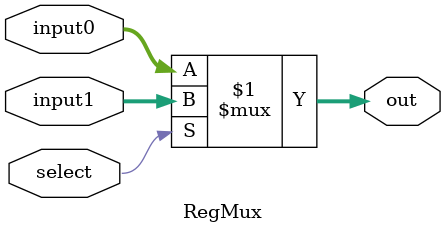
<source format=v>
`timescale 1ns / 1ps


module RegMux(
    input select,
    input [4:0] input0,
    input [4:0] input1,
    output [4:0] out
    );
    assign out = select?input1:input0;
endmodule

</source>
